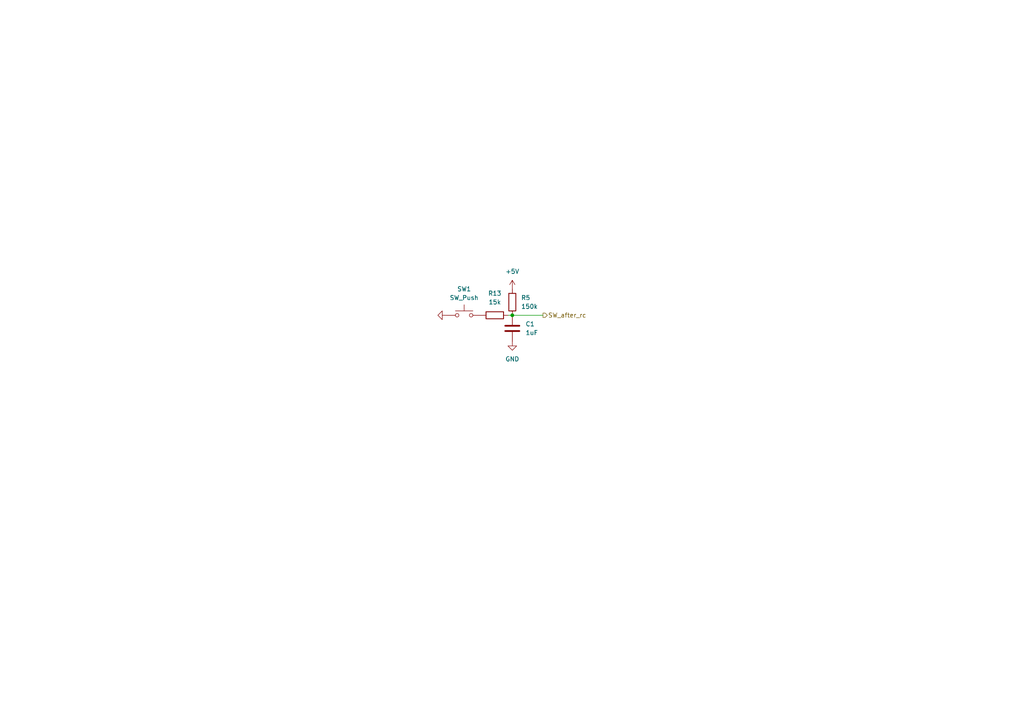
<source format=kicad_sch>
(kicad_sch (version 20230121) (generator eeschema)

  (uuid a5e72a6b-a278-4344-a413-dcf154a983c7)

  (paper "A4")

  (lib_symbols
    (symbol "Device:C" (pin_numbers hide) (pin_names (offset 0.254)) (in_bom yes) (on_board yes)
      (property "Reference" "C" (at 0.635 2.54 0)
        (effects (font (size 1.27 1.27)) (justify left))
      )
      (property "Value" "C" (at 0.635 -2.54 0)
        (effects (font (size 1.27 1.27)) (justify left))
      )
      (property "Footprint" "" (at 0.9652 -3.81 0)
        (effects (font (size 1.27 1.27)) hide)
      )
      (property "Datasheet" "~" (at 0 0 0)
        (effects (font (size 1.27 1.27)) hide)
      )
      (property "ki_keywords" "cap capacitor" (at 0 0 0)
        (effects (font (size 1.27 1.27)) hide)
      )
      (property "ki_description" "Unpolarized capacitor" (at 0 0 0)
        (effects (font (size 1.27 1.27)) hide)
      )
      (property "ki_fp_filters" "C_*" (at 0 0 0)
        (effects (font (size 1.27 1.27)) hide)
      )
      (symbol "C_0_1"
        (polyline
          (pts
            (xy -2.032 -0.762)
            (xy 2.032 -0.762)
          )
          (stroke (width 0.508) (type default))
          (fill (type none))
        )
        (polyline
          (pts
            (xy -2.032 0.762)
            (xy 2.032 0.762)
          )
          (stroke (width 0.508) (type default))
          (fill (type none))
        )
      )
      (symbol "C_1_1"
        (pin passive line (at 0 3.81 270) (length 2.794)
          (name "~" (effects (font (size 1.27 1.27))))
          (number "1" (effects (font (size 1.27 1.27))))
        )
        (pin passive line (at 0 -3.81 90) (length 2.794)
          (name "~" (effects (font (size 1.27 1.27))))
          (number "2" (effects (font (size 1.27 1.27))))
        )
      )
    )
    (symbol "Device:R" (pin_numbers hide) (pin_names (offset 0)) (in_bom yes) (on_board yes)
      (property "Reference" "R" (at 2.032 0 90)
        (effects (font (size 1.27 1.27)))
      )
      (property "Value" "R" (at 0 0 90)
        (effects (font (size 1.27 1.27)))
      )
      (property "Footprint" "" (at -1.778 0 90)
        (effects (font (size 1.27 1.27)) hide)
      )
      (property "Datasheet" "~" (at 0 0 0)
        (effects (font (size 1.27 1.27)) hide)
      )
      (property "ki_keywords" "R res resistor" (at 0 0 0)
        (effects (font (size 1.27 1.27)) hide)
      )
      (property "ki_description" "Resistor" (at 0 0 0)
        (effects (font (size 1.27 1.27)) hide)
      )
      (property "ki_fp_filters" "R_*" (at 0 0 0)
        (effects (font (size 1.27 1.27)) hide)
      )
      (symbol "R_0_1"
        (rectangle (start -1.016 -2.54) (end 1.016 2.54)
          (stroke (width 0.254) (type default))
          (fill (type none))
        )
      )
      (symbol "R_1_1"
        (pin passive line (at 0 3.81 270) (length 1.27)
          (name "~" (effects (font (size 1.27 1.27))))
          (number "1" (effects (font (size 1.27 1.27))))
        )
        (pin passive line (at 0 -3.81 90) (length 1.27)
          (name "~" (effects (font (size 1.27 1.27))))
          (number "2" (effects (font (size 1.27 1.27))))
        )
      )
    )
    (symbol "Switch:SW_Push" (pin_numbers hide) (pin_names (offset 1.016) hide) (in_bom yes) (on_board yes)
      (property "Reference" "SW" (at 1.27 2.54 0)
        (effects (font (size 1.27 1.27)) (justify left))
      )
      (property "Value" "SW_Push" (at 0 -1.524 0)
        (effects (font (size 1.27 1.27)))
      )
      (property "Footprint" "" (at 0 5.08 0)
        (effects (font (size 1.27 1.27)) hide)
      )
      (property "Datasheet" "~" (at 0 5.08 0)
        (effects (font (size 1.27 1.27)) hide)
      )
      (property "ki_keywords" "switch normally-open pushbutton push-button" (at 0 0 0)
        (effects (font (size 1.27 1.27)) hide)
      )
      (property "ki_description" "Push button switch, generic, two pins" (at 0 0 0)
        (effects (font (size 1.27 1.27)) hide)
      )
      (symbol "SW_Push_0_1"
        (circle (center -2.032 0) (radius 0.508)
          (stroke (width 0) (type default))
          (fill (type none))
        )
        (polyline
          (pts
            (xy 0 1.27)
            (xy 0 3.048)
          )
          (stroke (width 0) (type default))
          (fill (type none))
        )
        (polyline
          (pts
            (xy 2.54 1.27)
            (xy -2.54 1.27)
          )
          (stroke (width 0) (type default))
          (fill (type none))
        )
        (circle (center 2.032 0) (radius 0.508)
          (stroke (width 0) (type default))
          (fill (type none))
        )
        (pin passive line (at -5.08 0 0) (length 2.54)
          (name "1" (effects (font (size 1.27 1.27))))
          (number "1" (effects (font (size 1.27 1.27))))
        )
        (pin passive line (at 5.08 0 180) (length 2.54)
          (name "2" (effects (font (size 1.27 1.27))))
          (number "2" (effects (font (size 1.27 1.27))))
        )
      )
    )
    (symbol "power:+5V" (power) (pin_names (offset 0)) (in_bom yes) (on_board yes)
      (property "Reference" "#PWR" (at 0 -3.81 0)
        (effects (font (size 1.27 1.27)) hide)
      )
      (property "Value" "+5V" (at 0 3.556 0)
        (effects (font (size 1.27 1.27)))
      )
      (property "Footprint" "" (at 0 0 0)
        (effects (font (size 1.27 1.27)) hide)
      )
      (property "Datasheet" "" (at 0 0 0)
        (effects (font (size 1.27 1.27)) hide)
      )
      (property "ki_keywords" "global power" (at 0 0 0)
        (effects (font (size 1.27 1.27)) hide)
      )
      (property "ki_description" "Power symbol creates a global label with name \"+5V\"" (at 0 0 0)
        (effects (font (size 1.27 1.27)) hide)
      )
      (symbol "+5V_0_1"
        (polyline
          (pts
            (xy -0.762 1.27)
            (xy 0 2.54)
          )
          (stroke (width 0) (type default))
          (fill (type none))
        )
        (polyline
          (pts
            (xy 0 0)
            (xy 0 2.54)
          )
          (stroke (width 0) (type default))
          (fill (type none))
        )
        (polyline
          (pts
            (xy 0 2.54)
            (xy 0.762 1.27)
          )
          (stroke (width 0) (type default))
          (fill (type none))
        )
      )
      (symbol "+5V_1_1"
        (pin power_in line (at 0 0 90) (length 0) hide
          (name "+5V" (effects (font (size 1.27 1.27))))
          (number "1" (effects (font (size 1.27 1.27))))
        )
      )
    )
    (symbol "power:GND" (power) (pin_names (offset 0)) (in_bom yes) (on_board yes)
      (property "Reference" "#PWR" (at 0 -6.35 0)
        (effects (font (size 1.27 1.27)) hide)
      )
      (property "Value" "GND" (at 0 -3.81 0)
        (effects (font (size 1.27 1.27)))
      )
      (property "Footprint" "" (at 0 0 0)
        (effects (font (size 1.27 1.27)) hide)
      )
      (property "Datasheet" "" (at 0 0 0)
        (effects (font (size 1.27 1.27)) hide)
      )
      (property "ki_keywords" "global power" (at 0 0 0)
        (effects (font (size 1.27 1.27)) hide)
      )
      (property "ki_description" "Power symbol creates a global label with name \"GND\" , ground" (at 0 0 0)
        (effects (font (size 1.27 1.27)) hide)
      )
      (symbol "GND_0_1"
        (polyline
          (pts
            (xy 0 0)
            (xy 0 -1.27)
            (xy 1.27 -1.27)
            (xy 0 -2.54)
            (xy -1.27 -1.27)
            (xy 0 -1.27)
          )
          (stroke (width 0) (type default))
          (fill (type none))
        )
      )
      (symbol "GND_1_1"
        (pin power_in line (at 0 0 270) (length 0) hide
          (name "GND" (effects (font (size 1.27 1.27))))
          (number "1" (effects (font (size 1.27 1.27))))
        )
      )
    )
  )

  (junction (at 148.59 91.44) (diameter 0) (color 0 0 0 0)
    (uuid 9e017fbc-ef18-4a4a-b644-0467c423d638)
  )

  (wire (pts (xy 147.32 91.44) (xy 148.59 91.44))
    (stroke (width 0) (type default))
    (uuid 2c9c039b-65bb-4fe0-80c6-74e63166ce69)
  )
  (wire (pts (xy 148.59 91.44) (xy 157.48 91.44))
    (stroke (width 0) (type default))
    (uuid e4e1743c-6178-4f30-8071-1e0c5748c4f2)
  )

  (hierarchical_label "SW_after_rc" (shape output) (at 157.48 91.44 0) (fields_autoplaced)
    (effects (font (size 1.27 1.27)) (justify left))
    (uuid 597ae363-2026-4c67-9d33-cd71613bf0a9)
  )

  (symbol (lib_id "Device:R") (at 143.51 91.44 90) (unit 1)
    (in_bom yes) (on_board yes) (dnp no) (fields_autoplaced)
    (uuid 72cfab66-2d39-4d1f-b36b-dafe688a494b)
    (property "Reference" "R13" (at 143.51 85.09 90)
      (effects (font (size 1.27 1.27)))
    )
    (property "Value" "15k" (at 143.51 87.63 90)
      (effects (font (size 1.27 1.27)))
    )
    (property "Footprint" "Resistor_THT:R_Axial_DIN0207_L6.3mm_D2.5mm_P7.62mm_Horizontal" (at 143.51 93.218 90)
      (effects (font (size 1.27 1.27)) hide)
    )
    (property "Datasheet" "~" (at 143.51 91.44 0)
      (effects (font (size 1.27 1.27)) hide)
    )
    (pin "1" (uuid 6113e678-80cb-4cd6-9741-62998931d5ad))
    (pin "2" (uuid d41f0800-ce4e-4777-99c4-a22a8b08e0b1))
    (instances
      (project "4-button debouncer"
        (path "/c1ca48d9-ccf5-4728-b041-a254d6a16158"
          (reference "R13") (unit 1)
        )
        (path "/c1ca48d9-ccf5-4728-b041-a254d6a16158/c7fee5eb-00ed-441d-bf07-db35b83f16c0"
          (reference "R1") (unit 1)
        )
      )
    )
  )

  (symbol (lib_id "power:+5V") (at 148.59 83.82 0) (unit 1)
    (in_bom yes) (on_board yes) (dnp no)
    (uuid 8a0aceba-4a12-497a-9453-db404701e9a3)
    (property "Reference" "#PWR011" (at 148.59 87.63 0)
      (effects (font (size 1.27 1.27)) hide)
    )
    (property "Value" "+5V" (at 148.59 78.74 0)
      (effects (font (size 1.27 1.27)))
    )
    (property "Footprint" "" (at 148.59 83.82 0)
      (effects (font (size 1.27 1.27)) hide)
    )
    (property "Datasheet" "" (at 148.59 83.82 0)
      (effects (font (size 1.27 1.27)) hide)
    )
    (pin "1" (uuid 6acad668-cbc0-4125-866f-693f12e01670))
    (instances
      (project "4-button debouncer"
        (path "/c1ca48d9-ccf5-4728-b041-a254d6a16158"
          (reference "#PWR011") (unit 1)
        )
        (path "/c1ca48d9-ccf5-4728-b041-a254d6a16158/c7fee5eb-00ed-441d-bf07-db35b83f16c0"
          (reference "#PWR018") (unit 1)
        )
      )
    )
  )

  (symbol (lib_id "Device:R") (at 148.59 87.63 0) (unit 1)
    (in_bom yes) (on_board yes) (dnp no) (fields_autoplaced)
    (uuid 8c64c938-ea85-4a12-8a3f-33c103ad152f)
    (property "Reference" "R5" (at 151.13 86.36 0)
      (effects (font (size 1.27 1.27)) (justify left))
    )
    (property "Value" "150k" (at 151.13 88.9 0)
      (effects (font (size 1.27 1.27)) (justify left))
    )
    (property "Footprint" "Resistor_THT:R_Axial_DIN0207_L6.3mm_D2.5mm_P7.62mm_Horizontal" (at 146.812 87.63 90)
      (effects (font (size 1.27 1.27)) hide)
    )
    (property "Datasheet" "~" (at 148.59 87.63 0)
      (effects (font (size 1.27 1.27)) hide)
    )
    (pin "1" (uuid ead0ec7d-3784-4f91-b6b8-7cde9e92b76a))
    (pin "2" (uuid bee8e350-8737-4154-91c2-9eff91bf4d78))
    (instances
      (project "4-button debouncer"
        (path "/c1ca48d9-ccf5-4728-b041-a254d6a16158"
          (reference "R5") (unit 1)
        )
        (path "/c1ca48d9-ccf5-4728-b041-a254d6a16158/c7fee5eb-00ed-441d-bf07-db35b83f16c0"
          (reference "R2") (unit 1)
        )
      )
    )
  )

  (symbol (lib_id "power:GND") (at 129.54 91.44 270) (unit 1)
    (in_bom yes) (on_board yes) (dnp no)
    (uuid b5cd72bd-30be-45b4-97f6-e94a85b18773)
    (property "Reference" "#PWR013" (at 123.19 91.44 0)
      (effects (font (size 1.27 1.27)) hide)
    )
    (property "Value" "GND" (at 125.73 91.44 90)
      (effects (font (size 1.27 1.27)) (justify right) hide)
    )
    (property "Footprint" "" (at 129.54 91.44 0)
      (effects (font (size 1.27 1.27)) hide)
    )
    (property "Datasheet" "" (at 129.54 91.44 0)
      (effects (font (size 1.27 1.27)) hide)
    )
    (pin "1" (uuid b24c8405-ec35-4eea-a9d0-9bbafc27b289))
    (instances
      (project "4-button debouncer"
        (path "/c1ca48d9-ccf5-4728-b041-a254d6a16158"
          (reference "#PWR013") (unit 1)
        )
        (path "/c1ca48d9-ccf5-4728-b041-a254d6a16158/c7fee5eb-00ed-441d-bf07-db35b83f16c0"
          (reference "#PWR017") (unit 1)
        )
      )
    )
  )

  (symbol (lib_id "Device:C") (at 148.59 95.25 0) (unit 1)
    (in_bom yes) (on_board yes) (dnp no) (fields_autoplaced)
    (uuid cfe1877a-e690-4b62-9f3c-cb0aa4c6afe4)
    (property "Reference" "C1" (at 152.4 93.98 0)
      (effects (font (size 1.27 1.27)) (justify left))
    )
    (property "Value" "1uF" (at 152.4 96.52 0)
      (effects (font (size 1.27 1.27)) (justify left))
    )
    (property "Footprint" "Capacitor_THT:CP_Radial_Tantal_D5.0mm_P2.50mm" (at 149.5552 99.06 0)
      (effects (font (size 1.27 1.27)) hide)
    )
    (property "Datasheet" "~" (at 148.59 95.25 0)
      (effects (font (size 1.27 1.27)) hide)
    )
    (pin "1" (uuid ddcace60-a24c-494a-af61-6714ed319806))
    (pin "2" (uuid 16bf7704-2233-4796-bd45-e7e3fac3cf58))
    (instances
      (project "4-button debouncer"
        (path "/c1ca48d9-ccf5-4728-b041-a254d6a16158"
          (reference "C1") (unit 1)
        )
        (path "/c1ca48d9-ccf5-4728-b041-a254d6a16158/c7fee5eb-00ed-441d-bf07-db35b83f16c0"
          (reference "C5") (unit 1)
        )
      )
    )
  )

  (symbol (lib_id "power:GND") (at 148.59 99.06 0) (unit 1)
    (in_bom yes) (on_board yes) (dnp no) (fields_autoplaced)
    (uuid f6a229be-fd40-4a0e-9ad2-ed67726e6ff5)
    (property "Reference" "#PWR019" (at 148.59 105.41 0)
      (effects (font (size 1.27 1.27)) hide)
    )
    (property "Value" "GND" (at 148.59 104.14 0)
      (effects (font (size 1.27 1.27)))
    )
    (property "Footprint" "" (at 148.59 99.06 0)
      (effects (font (size 1.27 1.27)) hide)
    )
    (property "Datasheet" "" (at 148.59 99.06 0)
      (effects (font (size 1.27 1.27)) hide)
    )
    (pin "1" (uuid d2c400b3-c2dc-430d-ae97-acefaf22c4af))
    (instances
      (project "4-button debouncer"
        (path "/c1ca48d9-ccf5-4728-b041-a254d6a16158"
          (reference "#PWR019") (unit 1)
        )
        (path "/c1ca48d9-ccf5-4728-b041-a254d6a16158/c7fee5eb-00ed-441d-bf07-db35b83f16c0"
          (reference "#PWR022") (unit 1)
        )
      )
    )
  )

  (symbol (lib_id "Switch:SW_Push") (at 134.62 91.44 0) (unit 1)
    (in_bom yes) (on_board yes) (dnp no) (fields_autoplaced)
    (uuid fb5c73a3-a14b-4a16-b64a-b1106291afd1)
    (property "Reference" "SW1" (at 134.62 83.82 0)
      (effects (font (size 1.27 1.27)))
    )
    (property "Value" "SW_Push" (at 134.62 86.36 0)
      (effects (font (size 1.27 1.27)))
    )
    (property "Footprint" "Button_Switch_THT:SW_PUSH-12mm" (at 134.62 86.36 0)
      (effects (font (size 1.27 1.27)) hide)
    )
    (property "Datasheet" "~" (at 134.62 86.36 0)
      (effects (font (size 1.27 1.27)) hide)
    )
    (pin "1" (uuid 4196061b-e7f8-4b66-adf8-6f6a708d4fa9))
    (pin "2" (uuid 21d9f244-1f16-4756-b539-3931069fe17e))
    (instances
      (project "4-button debouncer"
        (path "/c1ca48d9-ccf5-4728-b041-a254d6a16158"
          (reference "SW1") (unit 1)
        )
        (path "/c1ca48d9-ccf5-4728-b041-a254d6a16158/c7fee5eb-00ed-441d-bf07-db35b83f16c0"
          (reference "SW1") (unit 1)
        )
      )
    )
  )
)

</source>
